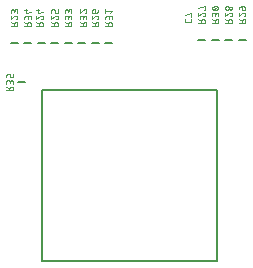
<source format=gbr>
G04 EAGLE Gerber RS-274X export*
G75*
%MOMM*%
%FSLAX34Y34*%
%LPD*%
%INSilkscreen Bottom*%
%IPPOS*%
%AMOC8*
5,1,8,0,0,1.08239X$1,22.5*%
G01*
%ADD10C,0.127000*%
%ADD11C,0.200000*%
%ADD12C,0.050800*%


D10*
X647700Y551180D02*
X500200Y551180D01*
X647700Y551180D02*
X647700Y406180D01*
X500200Y406180D02*
X500200Y551180D01*
X500200Y406180D02*
X647700Y406180D01*
D11*
X479250Y590550D02*
X473250Y590550D01*
D12*
X473456Y605119D02*
X479044Y605119D01*
X479044Y606672D01*
X479042Y606749D01*
X479036Y606827D01*
X479027Y606903D01*
X479013Y606980D01*
X478996Y607055D01*
X478975Y607129D01*
X478950Y607203D01*
X478922Y607275D01*
X478890Y607345D01*
X478855Y607414D01*
X478816Y607481D01*
X478774Y607546D01*
X478729Y607609D01*
X478681Y607670D01*
X478630Y607728D01*
X478576Y607783D01*
X478519Y607836D01*
X478460Y607885D01*
X478398Y607932D01*
X478334Y607976D01*
X478268Y608016D01*
X478200Y608053D01*
X478130Y608087D01*
X478059Y608117D01*
X477986Y608143D01*
X477912Y608166D01*
X477837Y608185D01*
X477762Y608200D01*
X477685Y608212D01*
X477608Y608220D01*
X477531Y608224D01*
X477453Y608224D01*
X477376Y608220D01*
X477299Y608212D01*
X477222Y608200D01*
X477147Y608185D01*
X477072Y608166D01*
X476998Y608143D01*
X476925Y608117D01*
X476854Y608087D01*
X476784Y608053D01*
X476716Y608016D01*
X476650Y607976D01*
X476586Y607932D01*
X476524Y607885D01*
X476465Y607836D01*
X476408Y607783D01*
X476354Y607728D01*
X476303Y607670D01*
X476255Y607609D01*
X476210Y607546D01*
X476168Y607481D01*
X476129Y607414D01*
X476094Y607345D01*
X476062Y607275D01*
X476034Y607203D01*
X476009Y607129D01*
X475988Y607055D01*
X475971Y606980D01*
X475957Y606903D01*
X475948Y606827D01*
X475942Y606749D01*
X475940Y606672D01*
X475940Y605119D01*
X475940Y606982D02*
X473456Y608224D01*
X477647Y613674D02*
X477720Y613672D01*
X477793Y613666D01*
X477866Y613657D01*
X477937Y613643D01*
X478009Y613626D01*
X478079Y613606D01*
X478148Y613581D01*
X478215Y613553D01*
X478281Y613522D01*
X478346Y613487D01*
X478408Y613449D01*
X478468Y613407D01*
X478526Y613363D01*
X478582Y613315D01*
X478635Y613265D01*
X478685Y613212D01*
X478733Y613156D01*
X478777Y613098D01*
X478819Y613038D01*
X478857Y612976D01*
X478892Y612911D01*
X478923Y612845D01*
X478951Y612778D01*
X478976Y612709D01*
X478996Y612639D01*
X479013Y612567D01*
X479027Y612496D01*
X479036Y612423D01*
X479042Y612350D01*
X479044Y612277D01*
X479042Y612193D01*
X479036Y612110D01*
X479027Y612027D01*
X479013Y611945D01*
X478996Y611863D01*
X478974Y611782D01*
X478949Y611702D01*
X478921Y611624D01*
X478889Y611546D01*
X478853Y611471D01*
X478814Y611397D01*
X478771Y611325D01*
X478725Y611255D01*
X478676Y611188D01*
X478623Y611122D01*
X478568Y611060D01*
X478510Y611000D01*
X478449Y610942D01*
X478386Y610888D01*
X478320Y610836D01*
X478252Y610788D01*
X478181Y610743D01*
X478109Y610701D01*
X478034Y610663D01*
X477958Y610628D01*
X477881Y610597D01*
X477802Y610569D01*
X476561Y613208D02*
X476614Y613262D01*
X476671Y613313D01*
X476730Y613361D01*
X476791Y613406D01*
X476854Y613447D01*
X476920Y613486D01*
X476987Y613521D01*
X477056Y613553D01*
X477127Y613581D01*
X477198Y613605D01*
X477271Y613626D01*
X477345Y613643D01*
X477420Y613657D01*
X477495Y613666D01*
X477571Y613672D01*
X477647Y613674D01*
X476560Y613209D02*
X473456Y610570D01*
X473456Y613674D01*
X473456Y616056D02*
X473456Y617608D01*
X473458Y617685D01*
X473464Y617763D01*
X473473Y617839D01*
X473487Y617916D01*
X473504Y617991D01*
X473525Y618065D01*
X473550Y618139D01*
X473578Y618211D01*
X473610Y618281D01*
X473645Y618350D01*
X473684Y618417D01*
X473726Y618482D01*
X473771Y618545D01*
X473819Y618606D01*
X473870Y618664D01*
X473924Y618719D01*
X473981Y618772D01*
X474040Y618821D01*
X474102Y618868D01*
X474166Y618912D01*
X474232Y618952D01*
X474300Y618989D01*
X474370Y619023D01*
X474441Y619053D01*
X474514Y619079D01*
X474588Y619102D01*
X474663Y619121D01*
X474738Y619136D01*
X474815Y619148D01*
X474892Y619156D01*
X474969Y619160D01*
X475047Y619160D01*
X475124Y619156D01*
X475201Y619148D01*
X475278Y619136D01*
X475353Y619121D01*
X475428Y619102D01*
X475502Y619079D01*
X475575Y619053D01*
X475646Y619023D01*
X475716Y618989D01*
X475784Y618952D01*
X475850Y618912D01*
X475914Y618868D01*
X475976Y618821D01*
X476035Y618772D01*
X476092Y618719D01*
X476146Y618664D01*
X476197Y618606D01*
X476245Y618545D01*
X476290Y618482D01*
X476332Y618417D01*
X476371Y618350D01*
X476406Y618281D01*
X476438Y618211D01*
X476466Y618139D01*
X476491Y618065D01*
X476512Y617991D01*
X476529Y617916D01*
X476543Y617839D01*
X476552Y617763D01*
X476558Y617685D01*
X476560Y617608D01*
X479044Y617919D02*
X479044Y616056D01*
X479044Y617919D02*
X479042Y617989D01*
X479036Y618058D01*
X479026Y618127D01*
X479013Y618195D01*
X478995Y618263D01*
X478974Y618329D01*
X478949Y618394D01*
X478921Y618458D01*
X478889Y618520D01*
X478854Y618580D01*
X478815Y618638D01*
X478773Y618693D01*
X478728Y618747D01*
X478680Y618797D01*
X478630Y618845D01*
X478576Y618890D01*
X478521Y618932D01*
X478463Y618971D01*
X478403Y619006D01*
X478341Y619038D01*
X478277Y619066D01*
X478212Y619091D01*
X478146Y619112D01*
X478078Y619130D01*
X478010Y619143D01*
X477941Y619153D01*
X477872Y619159D01*
X477802Y619161D01*
X477732Y619159D01*
X477663Y619153D01*
X477594Y619143D01*
X477526Y619130D01*
X477458Y619112D01*
X477392Y619091D01*
X477327Y619066D01*
X477263Y619038D01*
X477201Y619006D01*
X477141Y618971D01*
X477083Y618932D01*
X477028Y618890D01*
X476974Y618845D01*
X476924Y618797D01*
X476876Y618747D01*
X476831Y618693D01*
X476789Y618638D01*
X476750Y618580D01*
X476715Y618520D01*
X476683Y618458D01*
X476655Y618394D01*
X476630Y618329D01*
X476609Y618263D01*
X476591Y618195D01*
X476578Y618127D01*
X476568Y618058D01*
X476562Y617989D01*
X476560Y617919D01*
X476560Y616677D01*
D11*
X496110Y590550D02*
X502110Y590550D01*
D12*
X500634Y605119D02*
X495046Y605119D01*
X500634Y605119D02*
X500634Y606672D01*
X500632Y606749D01*
X500626Y606827D01*
X500617Y606903D01*
X500603Y606980D01*
X500586Y607055D01*
X500565Y607129D01*
X500540Y607203D01*
X500512Y607275D01*
X500480Y607345D01*
X500445Y607414D01*
X500406Y607481D01*
X500364Y607546D01*
X500319Y607609D01*
X500271Y607670D01*
X500220Y607728D01*
X500166Y607783D01*
X500109Y607836D01*
X500050Y607885D01*
X499988Y607932D01*
X499924Y607976D01*
X499858Y608016D01*
X499790Y608053D01*
X499720Y608087D01*
X499649Y608117D01*
X499576Y608143D01*
X499502Y608166D01*
X499427Y608185D01*
X499352Y608200D01*
X499275Y608212D01*
X499198Y608220D01*
X499121Y608224D01*
X499043Y608224D01*
X498966Y608220D01*
X498889Y608212D01*
X498812Y608200D01*
X498737Y608185D01*
X498662Y608166D01*
X498588Y608143D01*
X498515Y608117D01*
X498444Y608087D01*
X498374Y608053D01*
X498306Y608016D01*
X498240Y607976D01*
X498176Y607932D01*
X498114Y607885D01*
X498055Y607836D01*
X497998Y607783D01*
X497944Y607728D01*
X497893Y607670D01*
X497845Y607609D01*
X497800Y607546D01*
X497758Y607481D01*
X497719Y607414D01*
X497684Y607345D01*
X497652Y607275D01*
X497624Y607203D01*
X497599Y607129D01*
X497578Y607055D01*
X497561Y606980D01*
X497547Y606903D01*
X497538Y606827D01*
X497532Y606749D01*
X497530Y606672D01*
X497530Y605119D01*
X497530Y606982D02*
X495046Y608224D01*
X499237Y613674D02*
X499310Y613672D01*
X499383Y613666D01*
X499456Y613657D01*
X499527Y613643D01*
X499599Y613626D01*
X499669Y613606D01*
X499738Y613581D01*
X499805Y613553D01*
X499871Y613522D01*
X499936Y613487D01*
X499998Y613449D01*
X500058Y613407D01*
X500116Y613363D01*
X500172Y613315D01*
X500225Y613265D01*
X500275Y613212D01*
X500323Y613156D01*
X500367Y613098D01*
X500409Y613038D01*
X500447Y612976D01*
X500482Y612911D01*
X500513Y612845D01*
X500541Y612778D01*
X500566Y612709D01*
X500586Y612639D01*
X500603Y612567D01*
X500617Y612496D01*
X500626Y612423D01*
X500632Y612350D01*
X500634Y612277D01*
X500632Y612193D01*
X500626Y612110D01*
X500617Y612027D01*
X500603Y611945D01*
X500586Y611863D01*
X500564Y611782D01*
X500539Y611702D01*
X500511Y611624D01*
X500479Y611546D01*
X500443Y611471D01*
X500404Y611397D01*
X500361Y611325D01*
X500315Y611255D01*
X500266Y611188D01*
X500213Y611122D01*
X500158Y611060D01*
X500100Y611000D01*
X500039Y610942D01*
X499976Y610888D01*
X499910Y610836D01*
X499842Y610788D01*
X499771Y610743D01*
X499699Y610701D01*
X499624Y610663D01*
X499548Y610628D01*
X499471Y610597D01*
X499392Y610569D01*
X498151Y613208D02*
X498204Y613262D01*
X498261Y613313D01*
X498320Y613361D01*
X498381Y613406D01*
X498444Y613447D01*
X498510Y613486D01*
X498577Y613521D01*
X498646Y613553D01*
X498717Y613581D01*
X498788Y613605D01*
X498861Y613626D01*
X498935Y613643D01*
X499010Y613657D01*
X499085Y613666D01*
X499161Y613672D01*
X499237Y613674D01*
X498150Y613209D02*
X495046Y610570D01*
X495046Y613674D01*
X496288Y616056D02*
X500634Y617298D01*
X496288Y616056D02*
X496288Y619161D01*
X497530Y618229D02*
X495046Y618229D01*
D11*
X507540Y590550D02*
X513540Y590550D01*
D12*
X513334Y605119D02*
X507746Y605119D01*
X513334Y605119D02*
X513334Y606672D01*
X513332Y606749D01*
X513326Y606827D01*
X513317Y606903D01*
X513303Y606980D01*
X513286Y607055D01*
X513265Y607129D01*
X513240Y607203D01*
X513212Y607275D01*
X513180Y607345D01*
X513145Y607414D01*
X513106Y607481D01*
X513064Y607546D01*
X513019Y607609D01*
X512971Y607670D01*
X512920Y607728D01*
X512866Y607783D01*
X512809Y607836D01*
X512750Y607885D01*
X512688Y607932D01*
X512624Y607976D01*
X512558Y608016D01*
X512490Y608053D01*
X512420Y608087D01*
X512349Y608117D01*
X512276Y608143D01*
X512202Y608166D01*
X512127Y608185D01*
X512052Y608200D01*
X511975Y608212D01*
X511898Y608220D01*
X511821Y608224D01*
X511743Y608224D01*
X511666Y608220D01*
X511589Y608212D01*
X511512Y608200D01*
X511437Y608185D01*
X511362Y608166D01*
X511288Y608143D01*
X511215Y608117D01*
X511144Y608087D01*
X511074Y608053D01*
X511006Y608016D01*
X510940Y607976D01*
X510876Y607932D01*
X510814Y607885D01*
X510755Y607836D01*
X510698Y607783D01*
X510644Y607728D01*
X510593Y607670D01*
X510545Y607609D01*
X510500Y607546D01*
X510458Y607481D01*
X510419Y607414D01*
X510384Y607345D01*
X510352Y607275D01*
X510324Y607203D01*
X510299Y607129D01*
X510278Y607055D01*
X510261Y606980D01*
X510247Y606903D01*
X510238Y606827D01*
X510232Y606749D01*
X510230Y606672D01*
X510230Y605119D01*
X510230Y606982D02*
X507746Y608224D01*
X511937Y613674D02*
X512010Y613672D01*
X512083Y613666D01*
X512156Y613657D01*
X512227Y613643D01*
X512299Y613626D01*
X512369Y613606D01*
X512438Y613581D01*
X512505Y613553D01*
X512571Y613522D01*
X512636Y613487D01*
X512698Y613449D01*
X512758Y613407D01*
X512816Y613363D01*
X512872Y613315D01*
X512925Y613265D01*
X512975Y613212D01*
X513023Y613156D01*
X513067Y613098D01*
X513109Y613038D01*
X513147Y612976D01*
X513182Y612911D01*
X513213Y612845D01*
X513241Y612778D01*
X513266Y612709D01*
X513286Y612639D01*
X513303Y612567D01*
X513317Y612496D01*
X513326Y612423D01*
X513332Y612350D01*
X513334Y612277D01*
X513332Y612193D01*
X513326Y612110D01*
X513317Y612027D01*
X513303Y611945D01*
X513286Y611863D01*
X513264Y611782D01*
X513239Y611702D01*
X513211Y611624D01*
X513179Y611546D01*
X513143Y611471D01*
X513104Y611397D01*
X513061Y611325D01*
X513015Y611255D01*
X512966Y611188D01*
X512913Y611122D01*
X512858Y611060D01*
X512800Y611000D01*
X512739Y610942D01*
X512676Y610888D01*
X512610Y610836D01*
X512542Y610788D01*
X512471Y610743D01*
X512399Y610701D01*
X512324Y610663D01*
X512248Y610628D01*
X512171Y610597D01*
X512092Y610569D01*
X510851Y613208D02*
X510904Y613262D01*
X510961Y613313D01*
X511020Y613361D01*
X511081Y613406D01*
X511144Y613447D01*
X511210Y613486D01*
X511277Y613521D01*
X511346Y613553D01*
X511417Y613581D01*
X511488Y613605D01*
X511561Y613626D01*
X511635Y613643D01*
X511710Y613657D01*
X511785Y613666D01*
X511861Y613672D01*
X511937Y613674D01*
X510850Y613209D02*
X507746Y610570D01*
X507746Y613674D01*
X507746Y616056D02*
X507746Y617919D01*
X507748Y617989D01*
X507754Y618058D01*
X507764Y618127D01*
X507777Y618195D01*
X507795Y618263D01*
X507816Y618329D01*
X507841Y618394D01*
X507869Y618458D01*
X507901Y618520D01*
X507936Y618580D01*
X507975Y618638D01*
X508017Y618693D01*
X508062Y618747D01*
X508110Y618797D01*
X508160Y618845D01*
X508214Y618890D01*
X508269Y618932D01*
X508327Y618971D01*
X508387Y619006D01*
X508449Y619038D01*
X508513Y619066D01*
X508578Y619091D01*
X508644Y619112D01*
X508712Y619130D01*
X508780Y619143D01*
X508849Y619153D01*
X508918Y619159D01*
X508988Y619161D01*
X509609Y619161D01*
X509679Y619159D01*
X509748Y619153D01*
X509817Y619143D01*
X509885Y619130D01*
X509953Y619112D01*
X510019Y619091D01*
X510084Y619066D01*
X510148Y619038D01*
X510210Y619006D01*
X510270Y618971D01*
X510328Y618932D01*
X510383Y618890D01*
X510437Y618845D01*
X510487Y618797D01*
X510535Y618747D01*
X510580Y618693D01*
X510622Y618638D01*
X510661Y618580D01*
X510696Y618520D01*
X510728Y618458D01*
X510756Y618394D01*
X510781Y618329D01*
X510802Y618263D01*
X510820Y618195D01*
X510833Y618127D01*
X510843Y618058D01*
X510849Y617989D01*
X510851Y617919D01*
X510850Y617919D02*
X510850Y616056D01*
X513334Y616056D01*
X513334Y619161D01*
D11*
X541830Y590550D02*
X547830Y590550D01*
D12*
X547624Y605119D02*
X542036Y605119D01*
X547624Y605119D02*
X547624Y606672D01*
X547622Y606749D01*
X547616Y606827D01*
X547607Y606903D01*
X547593Y606980D01*
X547576Y607055D01*
X547555Y607129D01*
X547530Y607203D01*
X547502Y607275D01*
X547470Y607345D01*
X547435Y607414D01*
X547396Y607481D01*
X547354Y607546D01*
X547309Y607609D01*
X547261Y607670D01*
X547210Y607728D01*
X547156Y607783D01*
X547099Y607836D01*
X547040Y607885D01*
X546978Y607932D01*
X546914Y607976D01*
X546848Y608016D01*
X546780Y608053D01*
X546710Y608087D01*
X546639Y608117D01*
X546566Y608143D01*
X546492Y608166D01*
X546417Y608185D01*
X546342Y608200D01*
X546265Y608212D01*
X546188Y608220D01*
X546111Y608224D01*
X546033Y608224D01*
X545956Y608220D01*
X545879Y608212D01*
X545802Y608200D01*
X545727Y608185D01*
X545652Y608166D01*
X545578Y608143D01*
X545505Y608117D01*
X545434Y608087D01*
X545364Y608053D01*
X545296Y608016D01*
X545230Y607976D01*
X545166Y607932D01*
X545104Y607885D01*
X545045Y607836D01*
X544988Y607783D01*
X544934Y607728D01*
X544883Y607670D01*
X544835Y607609D01*
X544790Y607546D01*
X544748Y607481D01*
X544709Y607414D01*
X544674Y607345D01*
X544642Y607275D01*
X544614Y607203D01*
X544589Y607129D01*
X544568Y607055D01*
X544551Y606980D01*
X544537Y606903D01*
X544528Y606827D01*
X544522Y606749D01*
X544520Y606672D01*
X544520Y605119D01*
X544520Y606982D02*
X542036Y608224D01*
X546227Y613674D02*
X546300Y613672D01*
X546373Y613666D01*
X546446Y613657D01*
X546517Y613643D01*
X546589Y613626D01*
X546659Y613606D01*
X546728Y613581D01*
X546795Y613553D01*
X546861Y613522D01*
X546926Y613487D01*
X546988Y613449D01*
X547048Y613407D01*
X547106Y613363D01*
X547162Y613315D01*
X547215Y613265D01*
X547265Y613212D01*
X547313Y613156D01*
X547357Y613098D01*
X547399Y613038D01*
X547437Y612976D01*
X547472Y612911D01*
X547503Y612845D01*
X547531Y612778D01*
X547556Y612709D01*
X547576Y612639D01*
X547593Y612567D01*
X547607Y612496D01*
X547616Y612423D01*
X547622Y612350D01*
X547624Y612277D01*
X547622Y612193D01*
X547616Y612110D01*
X547607Y612027D01*
X547593Y611945D01*
X547576Y611863D01*
X547554Y611782D01*
X547529Y611702D01*
X547501Y611624D01*
X547469Y611546D01*
X547433Y611471D01*
X547394Y611397D01*
X547351Y611325D01*
X547305Y611255D01*
X547256Y611188D01*
X547203Y611122D01*
X547148Y611060D01*
X547090Y611000D01*
X547029Y610942D01*
X546966Y610888D01*
X546900Y610836D01*
X546832Y610788D01*
X546761Y610743D01*
X546689Y610701D01*
X546614Y610663D01*
X546538Y610628D01*
X546461Y610597D01*
X546382Y610569D01*
X545141Y613208D02*
X545194Y613262D01*
X545251Y613313D01*
X545310Y613361D01*
X545371Y613406D01*
X545434Y613447D01*
X545500Y613486D01*
X545567Y613521D01*
X545636Y613553D01*
X545707Y613581D01*
X545778Y613605D01*
X545851Y613626D01*
X545925Y613643D01*
X546000Y613657D01*
X546075Y613666D01*
X546151Y613672D01*
X546227Y613674D01*
X545140Y613208D02*
X542036Y610570D01*
X542036Y613674D01*
X545140Y616056D02*
X545140Y617919D01*
X545141Y617919D02*
X545139Y617989D01*
X545133Y618058D01*
X545123Y618127D01*
X545110Y618195D01*
X545092Y618263D01*
X545071Y618329D01*
X545046Y618394D01*
X545018Y618458D01*
X544986Y618520D01*
X544951Y618580D01*
X544912Y618638D01*
X544870Y618693D01*
X544825Y618747D01*
X544777Y618797D01*
X544727Y618845D01*
X544673Y618890D01*
X544618Y618932D01*
X544560Y618971D01*
X544500Y619006D01*
X544438Y619038D01*
X544374Y619066D01*
X544309Y619091D01*
X544243Y619112D01*
X544175Y619130D01*
X544107Y619143D01*
X544038Y619153D01*
X543969Y619159D01*
X543899Y619161D01*
X543588Y619161D01*
X543588Y619160D02*
X543511Y619158D01*
X543433Y619152D01*
X543357Y619143D01*
X543280Y619129D01*
X543205Y619112D01*
X543131Y619091D01*
X543057Y619066D01*
X542985Y619038D01*
X542915Y619006D01*
X542846Y618971D01*
X542779Y618932D01*
X542714Y618890D01*
X542651Y618845D01*
X542590Y618797D01*
X542532Y618746D01*
X542477Y618692D01*
X542424Y618635D01*
X542375Y618576D01*
X542328Y618514D01*
X542284Y618450D01*
X542244Y618384D01*
X542207Y618316D01*
X542173Y618246D01*
X542143Y618175D01*
X542117Y618102D01*
X542094Y618028D01*
X542075Y617953D01*
X542060Y617878D01*
X542048Y617801D01*
X542040Y617724D01*
X542036Y617647D01*
X542036Y617569D01*
X542040Y617492D01*
X542048Y617415D01*
X542060Y617338D01*
X542075Y617263D01*
X542094Y617188D01*
X542117Y617114D01*
X542143Y617041D01*
X542173Y616970D01*
X542207Y616900D01*
X542244Y616832D01*
X542284Y616766D01*
X542328Y616702D01*
X542375Y616640D01*
X542424Y616581D01*
X542477Y616524D01*
X542532Y616470D01*
X542590Y616419D01*
X542651Y616371D01*
X542714Y616326D01*
X542779Y616284D01*
X542846Y616245D01*
X542915Y616210D01*
X542985Y616178D01*
X543057Y616150D01*
X543131Y616125D01*
X543205Y616104D01*
X543280Y616087D01*
X543357Y616073D01*
X543433Y616064D01*
X543511Y616058D01*
X543588Y616056D01*
X545140Y616056D01*
X545238Y616058D01*
X545335Y616064D01*
X545432Y616073D01*
X545529Y616087D01*
X545625Y616104D01*
X545720Y616125D01*
X545814Y616149D01*
X545908Y616178D01*
X546000Y616210D01*
X546091Y616245D01*
X546180Y616284D01*
X546268Y616327D01*
X546354Y616373D01*
X546438Y616422D01*
X546520Y616475D01*
X546600Y616530D01*
X546678Y616589D01*
X546753Y616651D01*
X546826Y616716D01*
X546896Y616784D01*
X546964Y616854D01*
X547029Y616927D01*
X547091Y617002D01*
X547150Y617080D01*
X547205Y617160D01*
X547258Y617242D01*
X547307Y617326D01*
X547353Y617412D01*
X547396Y617500D01*
X547435Y617589D01*
X547470Y617680D01*
X547502Y617772D01*
X547531Y617866D01*
X547555Y617960D01*
X547576Y618055D01*
X547593Y618151D01*
X547607Y618248D01*
X547616Y618345D01*
X547622Y618442D01*
X547624Y618540D01*
D11*
X632000Y593090D02*
X638000Y593090D01*
D12*
X637794Y607659D02*
X632206Y607659D01*
X637794Y607659D02*
X637794Y609212D01*
X637792Y609289D01*
X637786Y609367D01*
X637777Y609443D01*
X637763Y609520D01*
X637746Y609595D01*
X637725Y609669D01*
X637700Y609743D01*
X637672Y609815D01*
X637640Y609885D01*
X637605Y609954D01*
X637566Y610021D01*
X637524Y610086D01*
X637479Y610149D01*
X637431Y610210D01*
X637380Y610268D01*
X637326Y610323D01*
X637269Y610376D01*
X637210Y610425D01*
X637148Y610472D01*
X637084Y610516D01*
X637018Y610556D01*
X636950Y610593D01*
X636880Y610627D01*
X636809Y610657D01*
X636736Y610683D01*
X636662Y610706D01*
X636587Y610725D01*
X636512Y610740D01*
X636435Y610752D01*
X636358Y610760D01*
X636281Y610764D01*
X636203Y610764D01*
X636126Y610760D01*
X636049Y610752D01*
X635972Y610740D01*
X635897Y610725D01*
X635822Y610706D01*
X635748Y610683D01*
X635675Y610657D01*
X635604Y610627D01*
X635534Y610593D01*
X635466Y610556D01*
X635400Y610516D01*
X635336Y610472D01*
X635274Y610425D01*
X635215Y610376D01*
X635158Y610323D01*
X635104Y610268D01*
X635053Y610210D01*
X635005Y610149D01*
X634960Y610086D01*
X634918Y610021D01*
X634879Y609954D01*
X634844Y609885D01*
X634812Y609815D01*
X634784Y609743D01*
X634759Y609669D01*
X634738Y609595D01*
X634721Y609520D01*
X634707Y609443D01*
X634698Y609367D01*
X634692Y609289D01*
X634690Y609212D01*
X634690Y607659D01*
X634690Y609522D02*
X632206Y610764D01*
X636397Y616214D02*
X636470Y616212D01*
X636543Y616206D01*
X636616Y616197D01*
X636687Y616183D01*
X636759Y616166D01*
X636829Y616146D01*
X636898Y616121D01*
X636965Y616093D01*
X637031Y616062D01*
X637096Y616027D01*
X637158Y615989D01*
X637218Y615947D01*
X637276Y615903D01*
X637332Y615855D01*
X637385Y615805D01*
X637435Y615752D01*
X637483Y615696D01*
X637527Y615638D01*
X637569Y615578D01*
X637607Y615516D01*
X637642Y615451D01*
X637673Y615385D01*
X637701Y615318D01*
X637726Y615249D01*
X637746Y615179D01*
X637763Y615107D01*
X637777Y615036D01*
X637786Y614963D01*
X637792Y614890D01*
X637794Y614817D01*
X637792Y614733D01*
X637786Y614650D01*
X637777Y614567D01*
X637763Y614485D01*
X637746Y614403D01*
X637724Y614322D01*
X637699Y614242D01*
X637671Y614164D01*
X637639Y614086D01*
X637603Y614011D01*
X637564Y613937D01*
X637521Y613865D01*
X637475Y613795D01*
X637426Y613728D01*
X637373Y613662D01*
X637318Y613600D01*
X637260Y613540D01*
X637199Y613482D01*
X637136Y613428D01*
X637070Y613376D01*
X637002Y613328D01*
X636931Y613283D01*
X636859Y613241D01*
X636784Y613203D01*
X636708Y613168D01*
X636631Y613137D01*
X636552Y613109D01*
X635311Y615748D02*
X635364Y615802D01*
X635421Y615853D01*
X635480Y615901D01*
X635541Y615946D01*
X635604Y615987D01*
X635670Y616026D01*
X635737Y616061D01*
X635806Y616093D01*
X635877Y616121D01*
X635948Y616145D01*
X636021Y616166D01*
X636095Y616183D01*
X636170Y616197D01*
X636245Y616206D01*
X636321Y616212D01*
X636397Y616214D01*
X635310Y615749D02*
X632206Y613110D01*
X632206Y616214D01*
X637173Y618596D02*
X637794Y618596D01*
X637794Y621701D01*
X632206Y620148D01*
D11*
X654860Y593090D02*
X660860Y593090D01*
D12*
X660654Y607659D02*
X655066Y607659D01*
X660654Y607659D02*
X660654Y609212D01*
X660652Y609289D01*
X660646Y609367D01*
X660637Y609443D01*
X660623Y609520D01*
X660606Y609595D01*
X660585Y609669D01*
X660560Y609743D01*
X660532Y609815D01*
X660500Y609885D01*
X660465Y609954D01*
X660426Y610021D01*
X660384Y610086D01*
X660339Y610149D01*
X660291Y610210D01*
X660240Y610268D01*
X660186Y610323D01*
X660129Y610376D01*
X660070Y610425D01*
X660008Y610472D01*
X659944Y610516D01*
X659878Y610556D01*
X659810Y610593D01*
X659740Y610627D01*
X659669Y610657D01*
X659596Y610683D01*
X659522Y610706D01*
X659447Y610725D01*
X659372Y610740D01*
X659295Y610752D01*
X659218Y610760D01*
X659141Y610764D01*
X659063Y610764D01*
X658986Y610760D01*
X658909Y610752D01*
X658832Y610740D01*
X658757Y610725D01*
X658682Y610706D01*
X658608Y610683D01*
X658535Y610657D01*
X658464Y610627D01*
X658394Y610593D01*
X658326Y610556D01*
X658260Y610516D01*
X658196Y610472D01*
X658134Y610425D01*
X658075Y610376D01*
X658018Y610323D01*
X657964Y610268D01*
X657913Y610210D01*
X657865Y610149D01*
X657820Y610086D01*
X657778Y610021D01*
X657739Y609954D01*
X657704Y609885D01*
X657672Y609815D01*
X657644Y609743D01*
X657619Y609669D01*
X657598Y609595D01*
X657581Y609520D01*
X657567Y609443D01*
X657558Y609367D01*
X657552Y609289D01*
X657550Y609212D01*
X657550Y607659D01*
X657550Y609522D02*
X655066Y610764D01*
X659257Y616214D02*
X659330Y616212D01*
X659403Y616206D01*
X659476Y616197D01*
X659547Y616183D01*
X659619Y616166D01*
X659689Y616146D01*
X659758Y616121D01*
X659825Y616093D01*
X659891Y616062D01*
X659956Y616027D01*
X660018Y615989D01*
X660078Y615947D01*
X660136Y615903D01*
X660192Y615855D01*
X660245Y615805D01*
X660295Y615752D01*
X660343Y615696D01*
X660387Y615638D01*
X660429Y615578D01*
X660467Y615516D01*
X660502Y615451D01*
X660533Y615385D01*
X660561Y615318D01*
X660586Y615249D01*
X660606Y615179D01*
X660623Y615107D01*
X660637Y615036D01*
X660646Y614963D01*
X660652Y614890D01*
X660654Y614817D01*
X660652Y614733D01*
X660646Y614650D01*
X660637Y614567D01*
X660623Y614485D01*
X660606Y614403D01*
X660584Y614322D01*
X660559Y614242D01*
X660531Y614164D01*
X660499Y614086D01*
X660463Y614011D01*
X660424Y613937D01*
X660381Y613865D01*
X660335Y613795D01*
X660286Y613728D01*
X660233Y613662D01*
X660178Y613600D01*
X660120Y613540D01*
X660059Y613482D01*
X659996Y613428D01*
X659930Y613376D01*
X659862Y613328D01*
X659791Y613283D01*
X659719Y613241D01*
X659644Y613203D01*
X659568Y613168D01*
X659491Y613137D01*
X659412Y613109D01*
X658171Y615748D02*
X658224Y615802D01*
X658281Y615853D01*
X658340Y615901D01*
X658401Y615946D01*
X658464Y615987D01*
X658530Y616026D01*
X658597Y616061D01*
X658666Y616093D01*
X658737Y616121D01*
X658808Y616145D01*
X658881Y616166D01*
X658955Y616183D01*
X659030Y616197D01*
X659105Y616206D01*
X659181Y616212D01*
X659257Y616214D01*
X658170Y615749D02*
X655066Y613110D01*
X655066Y616214D01*
X656618Y618596D02*
X656695Y618598D01*
X656773Y618604D01*
X656849Y618613D01*
X656926Y618627D01*
X657001Y618644D01*
X657075Y618665D01*
X657149Y618690D01*
X657221Y618718D01*
X657291Y618750D01*
X657360Y618785D01*
X657427Y618824D01*
X657492Y618866D01*
X657555Y618911D01*
X657616Y618959D01*
X657674Y619010D01*
X657729Y619064D01*
X657782Y619121D01*
X657831Y619180D01*
X657878Y619242D01*
X657922Y619306D01*
X657962Y619372D01*
X657999Y619440D01*
X658033Y619510D01*
X658063Y619581D01*
X658089Y619654D01*
X658112Y619728D01*
X658131Y619803D01*
X658146Y619878D01*
X658158Y619955D01*
X658166Y620032D01*
X658170Y620109D01*
X658170Y620187D01*
X658166Y620264D01*
X658158Y620341D01*
X658146Y620418D01*
X658131Y620493D01*
X658112Y620568D01*
X658089Y620642D01*
X658063Y620715D01*
X658033Y620786D01*
X657999Y620856D01*
X657962Y620924D01*
X657922Y620990D01*
X657878Y621054D01*
X657831Y621116D01*
X657782Y621175D01*
X657729Y621232D01*
X657674Y621286D01*
X657616Y621337D01*
X657555Y621385D01*
X657492Y621430D01*
X657427Y621472D01*
X657360Y621511D01*
X657291Y621546D01*
X657221Y621578D01*
X657149Y621606D01*
X657075Y621631D01*
X657001Y621652D01*
X656926Y621669D01*
X656849Y621683D01*
X656773Y621692D01*
X656695Y621698D01*
X656618Y621700D01*
X656541Y621698D01*
X656463Y621692D01*
X656387Y621683D01*
X656310Y621669D01*
X656235Y621652D01*
X656161Y621631D01*
X656087Y621606D01*
X656015Y621578D01*
X655945Y621546D01*
X655876Y621511D01*
X655809Y621472D01*
X655744Y621430D01*
X655681Y621385D01*
X655620Y621337D01*
X655562Y621286D01*
X655507Y621232D01*
X655454Y621175D01*
X655405Y621116D01*
X655358Y621054D01*
X655314Y620990D01*
X655274Y620924D01*
X655237Y620856D01*
X655203Y620786D01*
X655173Y620715D01*
X655147Y620642D01*
X655124Y620568D01*
X655105Y620493D01*
X655090Y620418D01*
X655078Y620341D01*
X655070Y620264D01*
X655066Y620187D01*
X655066Y620109D01*
X655070Y620032D01*
X655078Y619955D01*
X655090Y619878D01*
X655105Y619803D01*
X655124Y619728D01*
X655147Y619654D01*
X655173Y619581D01*
X655203Y619510D01*
X655237Y619440D01*
X655274Y619372D01*
X655314Y619306D01*
X655358Y619242D01*
X655405Y619180D01*
X655454Y619121D01*
X655507Y619064D01*
X655562Y619010D01*
X655620Y618959D01*
X655681Y618911D01*
X655744Y618866D01*
X655809Y618824D01*
X655876Y618785D01*
X655945Y618750D01*
X656015Y618718D01*
X656087Y618690D01*
X656161Y618665D01*
X656235Y618644D01*
X656310Y618627D01*
X656387Y618613D01*
X656463Y618604D01*
X656541Y618598D01*
X656618Y618596D01*
X659412Y618906D02*
X659482Y618908D01*
X659551Y618914D01*
X659620Y618924D01*
X659688Y618937D01*
X659756Y618955D01*
X659822Y618976D01*
X659887Y619001D01*
X659951Y619029D01*
X660013Y619061D01*
X660073Y619096D01*
X660131Y619135D01*
X660186Y619177D01*
X660240Y619222D01*
X660290Y619270D01*
X660338Y619320D01*
X660383Y619374D01*
X660425Y619429D01*
X660464Y619487D01*
X660499Y619547D01*
X660531Y619609D01*
X660559Y619673D01*
X660584Y619738D01*
X660605Y619804D01*
X660623Y619872D01*
X660636Y619940D01*
X660646Y620009D01*
X660652Y620078D01*
X660654Y620148D01*
X660652Y620218D01*
X660646Y620287D01*
X660636Y620356D01*
X660623Y620424D01*
X660605Y620492D01*
X660584Y620558D01*
X660559Y620623D01*
X660531Y620687D01*
X660499Y620749D01*
X660464Y620809D01*
X660425Y620867D01*
X660383Y620922D01*
X660338Y620976D01*
X660290Y621026D01*
X660240Y621074D01*
X660186Y621119D01*
X660131Y621161D01*
X660073Y621200D01*
X660013Y621235D01*
X659951Y621267D01*
X659887Y621295D01*
X659822Y621320D01*
X659756Y621341D01*
X659688Y621359D01*
X659620Y621372D01*
X659551Y621382D01*
X659482Y621388D01*
X659412Y621390D01*
X659342Y621388D01*
X659273Y621382D01*
X659204Y621372D01*
X659136Y621359D01*
X659068Y621341D01*
X659002Y621320D01*
X658937Y621295D01*
X658873Y621267D01*
X658811Y621235D01*
X658751Y621200D01*
X658693Y621161D01*
X658638Y621119D01*
X658584Y621074D01*
X658534Y621026D01*
X658486Y620976D01*
X658441Y620922D01*
X658399Y620867D01*
X658360Y620809D01*
X658325Y620749D01*
X658293Y620687D01*
X658265Y620623D01*
X658240Y620558D01*
X658219Y620492D01*
X658201Y620424D01*
X658188Y620356D01*
X658178Y620287D01*
X658172Y620218D01*
X658170Y620148D01*
X658172Y620078D01*
X658178Y620009D01*
X658188Y619940D01*
X658201Y619872D01*
X658219Y619804D01*
X658240Y619738D01*
X658265Y619673D01*
X658293Y619609D01*
X658325Y619547D01*
X658360Y619487D01*
X658399Y619429D01*
X658441Y619374D01*
X658486Y619320D01*
X658534Y619270D01*
X658584Y619222D01*
X658638Y619177D01*
X658693Y619135D01*
X658751Y619096D01*
X658811Y619061D01*
X658873Y619029D01*
X658937Y619001D01*
X659002Y618976D01*
X659068Y618955D01*
X659136Y618937D01*
X659204Y618924D01*
X659273Y618914D01*
X659342Y618908D01*
X659412Y618906D01*
D11*
X666290Y593090D02*
X672290Y593090D01*
D12*
X672084Y607659D02*
X666496Y607659D01*
X672084Y607659D02*
X672084Y609212D01*
X672082Y609289D01*
X672076Y609367D01*
X672067Y609443D01*
X672053Y609520D01*
X672036Y609595D01*
X672015Y609669D01*
X671990Y609743D01*
X671962Y609815D01*
X671930Y609885D01*
X671895Y609954D01*
X671856Y610021D01*
X671814Y610086D01*
X671769Y610149D01*
X671721Y610210D01*
X671670Y610268D01*
X671616Y610323D01*
X671559Y610376D01*
X671500Y610425D01*
X671438Y610472D01*
X671374Y610516D01*
X671308Y610556D01*
X671240Y610593D01*
X671170Y610627D01*
X671099Y610657D01*
X671026Y610683D01*
X670952Y610706D01*
X670877Y610725D01*
X670802Y610740D01*
X670725Y610752D01*
X670648Y610760D01*
X670571Y610764D01*
X670493Y610764D01*
X670416Y610760D01*
X670339Y610752D01*
X670262Y610740D01*
X670187Y610725D01*
X670112Y610706D01*
X670038Y610683D01*
X669965Y610657D01*
X669894Y610627D01*
X669824Y610593D01*
X669756Y610556D01*
X669690Y610516D01*
X669626Y610472D01*
X669564Y610425D01*
X669505Y610376D01*
X669448Y610323D01*
X669394Y610268D01*
X669343Y610210D01*
X669295Y610149D01*
X669250Y610086D01*
X669208Y610021D01*
X669169Y609954D01*
X669134Y609885D01*
X669102Y609815D01*
X669074Y609743D01*
X669049Y609669D01*
X669028Y609595D01*
X669011Y609520D01*
X668997Y609443D01*
X668988Y609367D01*
X668982Y609289D01*
X668980Y609212D01*
X668980Y607659D01*
X668980Y609522D02*
X666496Y610764D01*
X670687Y616214D02*
X670760Y616212D01*
X670833Y616206D01*
X670906Y616197D01*
X670977Y616183D01*
X671049Y616166D01*
X671119Y616146D01*
X671188Y616121D01*
X671255Y616093D01*
X671321Y616062D01*
X671386Y616027D01*
X671448Y615989D01*
X671508Y615947D01*
X671566Y615903D01*
X671622Y615855D01*
X671675Y615805D01*
X671725Y615752D01*
X671773Y615696D01*
X671817Y615638D01*
X671859Y615578D01*
X671897Y615516D01*
X671932Y615451D01*
X671963Y615385D01*
X671991Y615318D01*
X672016Y615249D01*
X672036Y615179D01*
X672053Y615107D01*
X672067Y615036D01*
X672076Y614963D01*
X672082Y614890D01*
X672084Y614817D01*
X672082Y614733D01*
X672076Y614650D01*
X672067Y614567D01*
X672053Y614485D01*
X672036Y614403D01*
X672014Y614322D01*
X671989Y614242D01*
X671961Y614164D01*
X671929Y614086D01*
X671893Y614011D01*
X671854Y613937D01*
X671811Y613865D01*
X671765Y613795D01*
X671716Y613728D01*
X671663Y613662D01*
X671608Y613600D01*
X671550Y613540D01*
X671489Y613482D01*
X671426Y613428D01*
X671360Y613376D01*
X671292Y613328D01*
X671221Y613283D01*
X671149Y613241D01*
X671074Y613203D01*
X670998Y613168D01*
X670921Y613137D01*
X670842Y613109D01*
X669601Y615748D02*
X669654Y615802D01*
X669711Y615853D01*
X669770Y615901D01*
X669831Y615946D01*
X669894Y615987D01*
X669960Y616026D01*
X670027Y616061D01*
X670096Y616093D01*
X670167Y616121D01*
X670238Y616145D01*
X670311Y616166D01*
X670385Y616183D01*
X670460Y616197D01*
X670535Y616206D01*
X670611Y616212D01*
X670687Y616214D01*
X669600Y615749D02*
X666496Y613110D01*
X666496Y616214D01*
X668980Y619838D02*
X668980Y621701D01*
X668979Y619838D02*
X668981Y619768D01*
X668987Y619699D01*
X668997Y619630D01*
X669010Y619562D01*
X669028Y619494D01*
X669049Y619428D01*
X669074Y619363D01*
X669102Y619299D01*
X669134Y619237D01*
X669169Y619177D01*
X669208Y619119D01*
X669250Y619064D01*
X669295Y619010D01*
X669343Y618960D01*
X669393Y618912D01*
X669447Y618867D01*
X669502Y618825D01*
X669560Y618786D01*
X669620Y618751D01*
X669682Y618719D01*
X669746Y618691D01*
X669811Y618666D01*
X669877Y618645D01*
X669945Y618627D01*
X670013Y618614D01*
X670082Y618604D01*
X670151Y618598D01*
X670221Y618596D01*
X670532Y618596D01*
X670609Y618598D01*
X670687Y618604D01*
X670763Y618613D01*
X670840Y618627D01*
X670915Y618644D01*
X670989Y618665D01*
X671063Y618690D01*
X671135Y618718D01*
X671205Y618750D01*
X671274Y618785D01*
X671341Y618824D01*
X671406Y618866D01*
X671469Y618911D01*
X671530Y618959D01*
X671588Y619010D01*
X671643Y619064D01*
X671696Y619121D01*
X671745Y619180D01*
X671792Y619242D01*
X671836Y619306D01*
X671876Y619372D01*
X671913Y619440D01*
X671947Y619510D01*
X671977Y619581D01*
X672003Y619654D01*
X672026Y619728D01*
X672045Y619803D01*
X672060Y619878D01*
X672072Y619955D01*
X672080Y620032D01*
X672084Y620109D01*
X672084Y620187D01*
X672080Y620264D01*
X672072Y620341D01*
X672060Y620418D01*
X672045Y620493D01*
X672026Y620568D01*
X672003Y620642D01*
X671977Y620715D01*
X671947Y620786D01*
X671913Y620856D01*
X671876Y620924D01*
X671836Y620990D01*
X671792Y621054D01*
X671745Y621116D01*
X671696Y621175D01*
X671643Y621232D01*
X671588Y621286D01*
X671530Y621337D01*
X671469Y621385D01*
X671406Y621430D01*
X671341Y621472D01*
X671274Y621511D01*
X671205Y621546D01*
X671135Y621578D01*
X671063Y621606D01*
X670989Y621631D01*
X670915Y621652D01*
X670840Y621669D01*
X670763Y621683D01*
X670687Y621692D01*
X670609Y621698D01*
X670532Y621700D01*
X670532Y621701D02*
X668980Y621701D01*
X668882Y621699D01*
X668785Y621693D01*
X668688Y621684D01*
X668591Y621670D01*
X668495Y621653D01*
X668400Y621632D01*
X668306Y621608D01*
X668212Y621579D01*
X668120Y621547D01*
X668029Y621512D01*
X667940Y621473D01*
X667852Y621430D01*
X667766Y621384D01*
X667682Y621335D01*
X667600Y621282D01*
X667520Y621227D01*
X667442Y621168D01*
X667367Y621106D01*
X667294Y621041D01*
X667224Y620973D01*
X667156Y620903D01*
X667091Y620830D01*
X667029Y620755D01*
X666970Y620677D01*
X666915Y620597D01*
X666862Y620515D01*
X666813Y620431D01*
X666767Y620345D01*
X666724Y620257D01*
X666685Y620168D01*
X666650Y620077D01*
X666618Y619985D01*
X666589Y619891D01*
X666565Y619797D01*
X666544Y619702D01*
X666527Y619606D01*
X666513Y619509D01*
X666504Y619412D01*
X666498Y619315D01*
X666496Y619217D01*
D11*
X649430Y593090D02*
X643430Y593090D01*
D12*
X643636Y607659D02*
X649224Y607659D01*
X649224Y609212D01*
X649222Y609289D01*
X649216Y609367D01*
X649207Y609443D01*
X649193Y609520D01*
X649176Y609595D01*
X649155Y609669D01*
X649130Y609743D01*
X649102Y609815D01*
X649070Y609885D01*
X649035Y609954D01*
X648996Y610021D01*
X648954Y610086D01*
X648909Y610149D01*
X648861Y610210D01*
X648810Y610268D01*
X648756Y610323D01*
X648699Y610376D01*
X648640Y610425D01*
X648578Y610472D01*
X648514Y610516D01*
X648448Y610556D01*
X648380Y610593D01*
X648310Y610627D01*
X648239Y610657D01*
X648166Y610683D01*
X648092Y610706D01*
X648017Y610725D01*
X647942Y610740D01*
X647865Y610752D01*
X647788Y610760D01*
X647711Y610764D01*
X647633Y610764D01*
X647556Y610760D01*
X647479Y610752D01*
X647402Y610740D01*
X647327Y610725D01*
X647252Y610706D01*
X647178Y610683D01*
X647105Y610657D01*
X647034Y610627D01*
X646964Y610593D01*
X646896Y610556D01*
X646830Y610516D01*
X646766Y610472D01*
X646704Y610425D01*
X646645Y610376D01*
X646588Y610323D01*
X646534Y610268D01*
X646483Y610210D01*
X646435Y610149D01*
X646390Y610086D01*
X646348Y610021D01*
X646309Y609954D01*
X646274Y609885D01*
X646242Y609815D01*
X646214Y609743D01*
X646189Y609669D01*
X646168Y609595D01*
X646151Y609520D01*
X646137Y609443D01*
X646128Y609367D01*
X646122Y609289D01*
X646120Y609212D01*
X646120Y607659D01*
X646120Y609522D02*
X643636Y610764D01*
X643636Y613110D02*
X643636Y614662D01*
X643638Y614739D01*
X643644Y614817D01*
X643653Y614893D01*
X643667Y614970D01*
X643684Y615045D01*
X643705Y615119D01*
X643730Y615193D01*
X643758Y615265D01*
X643790Y615335D01*
X643825Y615404D01*
X643864Y615471D01*
X643906Y615536D01*
X643951Y615599D01*
X643999Y615660D01*
X644050Y615718D01*
X644104Y615773D01*
X644161Y615826D01*
X644220Y615875D01*
X644282Y615922D01*
X644346Y615966D01*
X644412Y616006D01*
X644480Y616043D01*
X644550Y616077D01*
X644621Y616107D01*
X644694Y616133D01*
X644768Y616156D01*
X644843Y616175D01*
X644918Y616190D01*
X644995Y616202D01*
X645072Y616210D01*
X645149Y616214D01*
X645227Y616214D01*
X645304Y616210D01*
X645381Y616202D01*
X645458Y616190D01*
X645533Y616175D01*
X645608Y616156D01*
X645682Y616133D01*
X645755Y616107D01*
X645826Y616077D01*
X645896Y616043D01*
X645964Y616006D01*
X646030Y615966D01*
X646094Y615922D01*
X646156Y615875D01*
X646215Y615826D01*
X646272Y615773D01*
X646326Y615718D01*
X646377Y615660D01*
X646425Y615599D01*
X646470Y615536D01*
X646512Y615471D01*
X646551Y615404D01*
X646586Y615335D01*
X646618Y615265D01*
X646646Y615193D01*
X646671Y615119D01*
X646692Y615045D01*
X646709Y614970D01*
X646723Y614893D01*
X646732Y614817D01*
X646738Y614739D01*
X646740Y614662D01*
X649224Y614972D02*
X649224Y613110D01*
X649224Y614972D02*
X649222Y615042D01*
X649216Y615111D01*
X649206Y615180D01*
X649193Y615248D01*
X649175Y615316D01*
X649154Y615382D01*
X649129Y615447D01*
X649101Y615511D01*
X649069Y615573D01*
X649034Y615633D01*
X648995Y615691D01*
X648953Y615746D01*
X648908Y615800D01*
X648860Y615850D01*
X648810Y615898D01*
X648756Y615943D01*
X648701Y615985D01*
X648643Y616024D01*
X648583Y616059D01*
X648521Y616091D01*
X648457Y616119D01*
X648392Y616144D01*
X648326Y616165D01*
X648258Y616183D01*
X648190Y616196D01*
X648121Y616206D01*
X648052Y616212D01*
X647982Y616214D01*
X647912Y616212D01*
X647843Y616206D01*
X647774Y616196D01*
X647706Y616183D01*
X647638Y616165D01*
X647572Y616144D01*
X647507Y616119D01*
X647443Y616091D01*
X647381Y616059D01*
X647321Y616024D01*
X647263Y615985D01*
X647208Y615943D01*
X647154Y615898D01*
X647104Y615850D01*
X647056Y615800D01*
X647011Y615746D01*
X646969Y615691D01*
X646930Y615633D01*
X646895Y615573D01*
X646863Y615511D01*
X646835Y615447D01*
X646810Y615382D01*
X646789Y615316D01*
X646771Y615248D01*
X646758Y615180D01*
X646748Y615111D01*
X646742Y615042D01*
X646740Y614972D01*
X646740Y613731D01*
X646430Y618596D02*
X646561Y618598D01*
X646691Y618603D01*
X646821Y618613D01*
X646951Y618626D01*
X647081Y618642D01*
X647210Y618662D01*
X647338Y618686D01*
X647465Y618714D01*
X647592Y618745D01*
X647718Y618780D01*
X647843Y618818D01*
X647967Y618860D01*
X648089Y618905D01*
X648210Y618954D01*
X648330Y619006D01*
X648448Y619062D01*
X648448Y619061D02*
X648508Y619084D01*
X648568Y619110D01*
X648625Y619139D01*
X648681Y619172D01*
X648735Y619208D01*
X648787Y619246D01*
X648837Y619288D01*
X648884Y619332D01*
X648929Y619379D01*
X648971Y619429D01*
X649010Y619480D01*
X649046Y619534D01*
X649079Y619590D01*
X649109Y619647D01*
X649136Y619706D01*
X649159Y619767D01*
X649179Y619828D01*
X649195Y619891D01*
X649208Y619955D01*
X649217Y620019D01*
X649222Y620083D01*
X649224Y620148D01*
X649222Y620213D01*
X649217Y620277D01*
X649208Y620341D01*
X649195Y620405D01*
X649179Y620468D01*
X649159Y620529D01*
X649136Y620590D01*
X649109Y620649D01*
X649079Y620706D01*
X649046Y620762D01*
X649010Y620816D01*
X648971Y620867D01*
X648929Y620917D01*
X648884Y620964D01*
X648837Y621008D01*
X648787Y621050D01*
X648735Y621088D01*
X648681Y621124D01*
X648625Y621157D01*
X648568Y621186D01*
X648508Y621212D01*
X648448Y621235D01*
X648330Y621291D01*
X648210Y621343D01*
X648089Y621392D01*
X647967Y621437D01*
X647843Y621479D01*
X647718Y621517D01*
X647592Y621552D01*
X647466Y621583D01*
X647338Y621611D01*
X647210Y621635D01*
X647081Y621655D01*
X646951Y621671D01*
X646821Y621684D01*
X646691Y621694D01*
X646561Y621699D01*
X646430Y621701D01*
X646430Y618596D02*
X646299Y618598D01*
X646169Y618603D01*
X646039Y618613D01*
X645909Y618626D01*
X645779Y618642D01*
X645650Y618662D01*
X645522Y618686D01*
X645395Y618714D01*
X645268Y618745D01*
X645142Y618780D01*
X645017Y618818D01*
X644893Y618860D01*
X644771Y618905D01*
X644650Y618954D01*
X644530Y619006D01*
X644412Y619062D01*
X644412Y619061D02*
X644352Y619084D01*
X644292Y619110D01*
X644235Y619139D01*
X644179Y619172D01*
X644125Y619208D01*
X644073Y619246D01*
X644023Y619288D01*
X643976Y619332D01*
X643931Y619379D01*
X643889Y619429D01*
X643850Y619480D01*
X643814Y619534D01*
X643781Y619590D01*
X643751Y619647D01*
X643724Y619706D01*
X643701Y619767D01*
X643681Y619828D01*
X643665Y619891D01*
X643652Y619955D01*
X643643Y620019D01*
X643638Y620083D01*
X643636Y620148D01*
X644412Y621235D02*
X644530Y621291D01*
X644650Y621343D01*
X644771Y621392D01*
X644893Y621437D01*
X645017Y621479D01*
X645142Y621517D01*
X645268Y621552D01*
X645394Y621583D01*
X645522Y621611D01*
X645650Y621635D01*
X645779Y621655D01*
X645909Y621671D01*
X646039Y621684D01*
X646169Y621694D01*
X646299Y621699D01*
X646430Y621701D01*
X644412Y621235D02*
X644352Y621212D01*
X644292Y621186D01*
X644235Y621157D01*
X644179Y621124D01*
X644125Y621088D01*
X644073Y621050D01*
X644023Y621008D01*
X643976Y620964D01*
X643931Y620917D01*
X643889Y620867D01*
X643850Y620816D01*
X643814Y620762D01*
X643781Y620706D01*
X643751Y620649D01*
X643724Y620590D01*
X643701Y620529D01*
X643681Y620468D01*
X643665Y620405D01*
X643652Y620341D01*
X643643Y620277D01*
X643638Y620213D01*
X643636Y620148D01*
X644878Y618907D02*
X647982Y621390D01*
D11*
X559260Y590550D02*
X553260Y590550D01*
D12*
X553466Y605119D02*
X559054Y605119D01*
X559054Y606672D01*
X559052Y606749D01*
X559046Y606827D01*
X559037Y606903D01*
X559023Y606980D01*
X559006Y607055D01*
X558985Y607129D01*
X558960Y607203D01*
X558932Y607275D01*
X558900Y607345D01*
X558865Y607414D01*
X558826Y607481D01*
X558784Y607546D01*
X558739Y607609D01*
X558691Y607670D01*
X558640Y607728D01*
X558586Y607783D01*
X558529Y607836D01*
X558470Y607885D01*
X558408Y607932D01*
X558344Y607976D01*
X558278Y608016D01*
X558210Y608053D01*
X558140Y608087D01*
X558069Y608117D01*
X557996Y608143D01*
X557922Y608166D01*
X557847Y608185D01*
X557772Y608200D01*
X557695Y608212D01*
X557618Y608220D01*
X557541Y608224D01*
X557463Y608224D01*
X557386Y608220D01*
X557309Y608212D01*
X557232Y608200D01*
X557157Y608185D01*
X557082Y608166D01*
X557008Y608143D01*
X556935Y608117D01*
X556864Y608087D01*
X556794Y608053D01*
X556726Y608016D01*
X556660Y607976D01*
X556596Y607932D01*
X556534Y607885D01*
X556475Y607836D01*
X556418Y607783D01*
X556364Y607728D01*
X556313Y607670D01*
X556265Y607609D01*
X556220Y607546D01*
X556178Y607481D01*
X556139Y607414D01*
X556104Y607345D01*
X556072Y607275D01*
X556044Y607203D01*
X556019Y607129D01*
X555998Y607055D01*
X555981Y606980D01*
X555967Y606903D01*
X555958Y606827D01*
X555952Y606749D01*
X555950Y606672D01*
X555950Y605119D01*
X555950Y606982D02*
X553466Y608224D01*
X553466Y610570D02*
X553466Y612122D01*
X553468Y612199D01*
X553474Y612277D01*
X553483Y612353D01*
X553497Y612430D01*
X553514Y612505D01*
X553535Y612579D01*
X553560Y612653D01*
X553588Y612725D01*
X553620Y612795D01*
X553655Y612864D01*
X553694Y612931D01*
X553736Y612996D01*
X553781Y613059D01*
X553829Y613120D01*
X553880Y613178D01*
X553934Y613233D01*
X553991Y613286D01*
X554050Y613335D01*
X554112Y613382D01*
X554176Y613426D01*
X554242Y613466D01*
X554310Y613503D01*
X554380Y613537D01*
X554451Y613567D01*
X554524Y613593D01*
X554598Y613616D01*
X554673Y613635D01*
X554748Y613650D01*
X554825Y613662D01*
X554902Y613670D01*
X554979Y613674D01*
X555057Y613674D01*
X555134Y613670D01*
X555211Y613662D01*
X555288Y613650D01*
X555363Y613635D01*
X555438Y613616D01*
X555512Y613593D01*
X555585Y613567D01*
X555656Y613537D01*
X555726Y613503D01*
X555794Y613466D01*
X555860Y613426D01*
X555924Y613382D01*
X555986Y613335D01*
X556045Y613286D01*
X556102Y613233D01*
X556156Y613178D01*
X556207Y613120D01*
X556255Y613059D01*
X556300Y612996D01*
X556342Y612931D01*
X556381Y612864D01*
X556416Y612795D01*
X556448Y612725D01*
X556476Y612653D01*
X556501Y612579D01*
X556522Y612505D01*
X556539Y612430D01*
X556553Y612353D01*
X556562Y612277D01*
X556568Y612199D01*
X556570Y612122D01*
X559054Y612432D02*
X559054Y610570D01*
X559054Y612432D02*
X559052Y612502D01*
X559046Y612571D01*
X559036Y612640D01*
X559023Y612708D01*
X559005Y612776D01*
X558984Y612842D01*
X558959Y612907D01*
X558931Y612971D01*
X558899Y613033D01*
X558864Y613093D01*
X558825Y613151D01*
X558783Y613206D01*
X558738Y613260D01*
X558690Y613310D01*
X558640Y613358D01*
X558586Y613403D01*
X558531Y613445D01*
X558473Y613484D01*
X558413Y613519D01*
X558351Y613551D01*
X558287Y613579D01*
X558222Y613604D01*
X558156Y613625D01*
X558088Y613643D01*
X558020Y613656D01*
X557951Y613666D01*
X557882Y613672D01*
X557812Y613674D01*
X557742Y613672D01*
X557673Y613666D01*
X557604Y613656D01*
X557536Y613643D01*
X557468Y613625D01*
X557402Y613604D01*
X557337Y613579D01*
X557273Y613551D01*
X557211Y613519D01*
X557151Y613484D01*
X557093Y613445D01*
X557038Y613403D01*
X556984Y613358D01*
X556934Y613310D01*
X556886Y613260D01*
X556841Y613206D01*
X556799Y613151D01*
X556760Y613093D01*
X556725Y613033D01*
X556693Y612971D01*
X556665Y612907D01*
X556640Y612842D01*
X556619Y612776D01*
X556601Y612708D01*
X556588Y612640D01*
X556578Y612571D01*
X556572Y612502D01*
X556570Y612432D01*
X556570Y611191D01*
X557812Y616056D02*
X559054Y617608D01*
X553466Y617608D01*
X553466Y616056D02*
X553466Y619161D01*
D11*
X536400Y590550D02*
X530400Y590550D01*
D12*
X531876Y605119D02*
X537464Y605119D01*
X537464Y606672D01*
X537462Y606749D01*
X537456Y606827D01*
X537447Y606903D01*
X537433Y606980D01*
X537416Y607055D01*
X537395Y607129D01*
X537370Y607203D01*
X537342Y607275D01*
X537310Y607345D01*
X537275Y607414D01*
X537236Y607481D01*
X537194Y607546D01*
X537149Y607609D01*
X537101Y607670D01*
X537050Y607728D01*
X536996Y607783D01*
X536939Y607836D01*
X536880Y607885D01*
X536818Y607932D01*
X536754Y607976D01*
X536688Y608016D01*
X536620Y608053D01*
X536550Y608087D01*
X536479Y608117D01*
X536406Y608143D01*
X536332Y608166D01*
X536257Y608185D01*
X536182Y608200D01*
X536105Y608212D01*
X536028Y608220D01*
X535951Y608224D01*
X535873Y608224D01*
X535796Y608220D01*
X535719Y608212D01*
X535642Y608200D01*
X535567Y608185D01*
X535492Y608166D01*
X535418Y608143D01*
X535345Y608117D01*
X535274Y608087D01*
X535204Y608053D01*
X535136Y608016D01*
X535070Y607976D01*
X535006Y607932D01*
X534944Y607885D01*
X534885Y607836D01*
X534828Y607783D01*
X534774Y607728D01*
X534723Y607670D01*
X534675Y607609D01*
X534630Y607546D01*
X534588Y607481D01*
X534549Y607414D01*
X534514Y607345D01*
X534482Y607275D01*
X534454Y607203D01*
X534429Y607129D01*
X534408Y607055D01*
X534391Y606980D01*
X534377Y606903D01*
X534368Y606827D01*
X534362Y606749D01*
X534360Y606672D01*
X534360Y605119D01*
X534360Y606982D02*
X531876Y608224D01*
X531876Y610570D02*
X531876Y612122D01*
X531878Y612199D01*
X531884Y612277D01*
X531893Y612353D01*
X531907Y612430D01*
X531924Y612505D01*
X531945Y612579D01*
X531970Y612653D01*
X531998Y612725D01*
X532030Y612795D01*
X532065Y612864D01*
X532104Y612931D01*
X532146Y612996D01*
X532191Y613059D01*
X532239Y613120D01*
X532290Y613178D01*
X532344Y613233D01*
X532401Y613286D01*
X532460Y613335D01*
X532522Y613382D01*
X532586Y613426D01*
X532652Y613466D01*
X532720Y613503D01*
X532790Y613537D01*
X532861Y613567D01*
X532934Y613593D01*
X533008Y613616D01*
X533083Y613635D01*
X533158Y613650D01*
X533235Y613662D01*
X533312Y613670D01*
X533389Y613674D01*
X533467Y613674D01*
X533544Y613670D01*
X533621Y613662D01*
X533698Y613650D01*
X533773Y613635D01*
X533848Y613616D01*
X533922Y613593D01*
X533995Y613567D01*
X534066Y613537D01*
X534136Y613503D01*
X534204Y613466D01*
X534270Y613426D01*
X534334Y613382D01*
X534396Y613335D01*
X534455Y613286D01*
X534512Y613233D01*
X534566Y613178D01*
X534617Y613120D01*
X534665Y613059D01*
X534710Y612996D01*
X534752Y612931D01*
X534791Y612864D01*
X534826Y612795D01*
X534858Y612725D01*
X534886Y612653D01*
X534911Y612579D01*
X534932Y612505D01*
X534949Y612430D01*
X534963Y612353D01*
X534972Y612277D01*
X534978Y612199D01*
X534980Y612122D01*
X537464Y612432D02*
X537464Y610570D01*
X537464Y612432D02*
X537462Y612502D01*
X537456Y612571D01*
X537446Y612640D01*
X537433Y612708D01*
X537415Y612776D01*
X537394Y612842D01*
X537369Y612907D01*
X537341Y612971D01*
X537309Y613033D01*
X537274Y613093D01*
X537235Y613151D01*
X537193Y613206D01*
X537148Y613260D01*
X537100Y613310D01*
X537050Y613358D01*
X536996Y613403D01*
X536941Y613445D01*
X536883Y613484D01*
X536823Y613519D01*
X536761Y613551D01*
X536697Y613579D01*
X536632Y613604D01*
X536566Y613625D01*
X536498Y613643D01*
X536430Y613656D01*
X536361Y613666D01*
X536292Y613672D01*
X536222Y613674D01*
X536152Y613672D01*
X536083Y613666D01*
X536014Y613656D01*
X535946Y613643D01*
X535878Y613625D01*
X535812Y613604D01*
X535747Y613579D01*
X535683Y613551D01*
X535621Y613519D01*
X535561Y613484D01*
X535503Y613445D01*
X535448Y613403D01*
X535394Y613358D01*
X535344Y613310D01*
X535296Y613260D01*
X535251Y613206D01*
X535209Y613151D01*
X535170Y613093D01*
X535135Y613033D01*
X535103Y612971D01*
X535075Y612907D01*
X535050Y612842D01*
X535029Y612776D01*
X535011Y612708D01*
X534998Y612640D01*
X534988Y612571D01*
X534982Y612502D01*
X534980Y612432D01*
X534980Y611191D01*
X537464Y617764D02*
X537462Y617837D01*
X537456Y617910D01*
X537447Y617983D01*
X537433Y618054D01*
X537416Y618126D01*
X537396Y618196D01*
X537371Y618265D01*
X537343Y618332D01*
X537312Y618398D01*
X537277Y618463D01*
X537239Y618525D01*
X537197Y618585D01*
X537153Y618643D01*
X537105Y618699D01*
X537055Y618752D01*
X537002Y618802D01*
X536946Y618850D01*
X536888Y618894D01*
X536828Y618936D01*
X536766Y618974D01*
X536701Y619009D01*
X536635Y619040D01*
X536568Y619068D01*
X536499Y619093D01*
X536429Y619113D01*
X536357Y619130D01*
X536286Y619144D01*
X536213Y619153D01*
X536140Y619159D01*
X536067Y619161D01*
X537464Y617764D02*
X537462Y617680D01*
X537456Y617597D01*
X537447Y617514D01*
X537433Y617432D01*
X537416Y617350D01*
X537394Y617269D01*
X537369Y617189D01*
X537341Y617111D01*
X537309Y617033D01*
X537273Y616958D01*
X537234Y616884D01*
X537191Y616812D01*
X537145Y616742D01*
X537096Y616675D01*
X537043Y616609D01*
X536988Y616547D01*
X536930Y616487D01*
X536869Y616429D01*
X536806Y616375D01*
X536740Y616323D01*
X536672Y616275D01*
X536601Y616230D01*
X536529Y616188D01*
X536454Y616150D01*
X536378Y616115D01*
X536301Y616084D01*
X536222Y616056D01*
X534981Y618694D02*
X535034Y618748D01*
X535091Y618799D01*
X535150Y618847D01*
X535211Y618892D01*
X535274Y618933D01*
X535340Y618972D01*
X535407Y619007D01*
X535476Y619039D01*
X535547Y619067D01*
X535618Y619091D01*
X535691Y619112D01*
X535765Y619129D01*
X535840Y619143D01*
X535915Y619152D01*
X535991Y619158D01*
X536067Y619160D01*
X534980Y618695D02*
X531876Y616056D01*
X531876Y619161D01*
D11*
X524970Y590550D02*
X518970Y590550D01*
D12*
X519176Y605119D02*
X524764Y605119D01*
X524764Y606672D01*
X524762Y606749D01*
X524756Y606827D01*
X524747Y606903D01*
X524733Y606980D01*
X524716Y607055D01*
X524695Y607129D01*
X524670Y607203D01*
X524642Y607275D01*
X524610Y607345D01*
X524575Y607414D01*
X524536Y607481D01*
X524494Y607546D01*
X524449Y607609D01*
X524401Y607670D01*
X524350Y607728D01*
X524296Y607783D01*
X524239Y607836D01*
X524180Y607885D01*
X524118Y607932D01*
X524054Y607976D01*
X523988Y608016D01*
X523920Y608053D01*
X523850Y608087D01*
X523779Y608117D01*
X523706Y608143D01*
X523632Y608166D01*
X523557Y608185D01*
X523482Y608200D01*
X523405Y608212D01*
X523328Y608220D01*
X523251Y608224D01*
X523173Y608224D01*
X523096Y608220D01*
X523019Y608212D01*
X522942Y608200D01*
X522867Y608185D01*
X522792Y608166D01*
X522718Y608143D01*
X522645Y608117D01*
X522574Y608087D01*
X522504Y608053D01*
X522436Y608016D01*
X522370Y607976D01*
X522306Y607932D01*
X522244Y607885D01*
X522185Y607836D01*
X522128Y607783D01*
X522074Y607728D01*
X522023Y607670D01*
X521975Y607609D01*
X521930Y607546D01*
X521888Y607481D01*
X521849Y607414D01*
X521814Y607345D01*
X521782Y607275D01*
X521754Y607203D01*
X521729Y607129D01*
X521708Y607055D01*
X521691Y606980D01*
X521677Y606903D01*
X521668Y606827D01*
X521662Y606749D01*
X521660Y606672D01*
X521660Y605119D01*
X521660Y606982D02*
X519176Y608224D01*
X519176Y610570D02*
X519176Y612122D01*
X519178Y612199D01*
X519184Y612277D01*
X519193Y612353D01*
X519207Y612430D01*
X519224Y612505D01*
X519245Y612579D01*
X519270Y612653D01*
X519298Y612725D01*
X519330Y612795D01*
X519365Y612864D01*
X519404Y612931D01*
X519446Y612996D01*
X519491Y613059D01*
X519539Y613120D01*
X519590Y613178D01*
X519644Y613233D01*
X519701Y613286D01*
X519760Y613335D01*
X519822Y613382D01*
X519886Y613426D01*
X519952Y613466D01*
X520020Y613503D01*
X520090Y613537D01*
X520161Y613567D01*
X520234Y613593D01*
X520308Y613616D01*
X520383Y613635D01*
X520458Y613650D01*
X520535Y613662D01*
X520612Y613670D01*
X520689Y613674D01*
X520767Y613674D01*
X520844Y613670D01*
X520921Y613662D01*
X520998Y613650D01*
X521073Y613635D01*
X521148Y613616D01*
X521222Y613593D01*
X521295Y613567D01*
X521366Y613537D01*
X521436Y613503D01*
X521504Y613466D01*
X521570Y613426D01*
X521634Y613382D01*
X521696Y613335D01*
X521755Y613286D01*
X521812Y613233D01*
X521866Y613178D01*
X521917Y613120D01*
X521965Y613059D01*
X522010Y612996D01*
X522052Y612931D01*
X522091Y612864D01*
X522126Y612795D01*
X522158Y612725D01*
X522186Y612653D01*
X522211Y612579D01*
X522232Y612505D01*
X522249Y612430D01*
X522263Y612353D01*
X522272Y612277D01*
X522278Y612199D01*
X522280Y612122D01*
X524764Y612432D02*
X524764Y610570D01*
X524764Y612432D02*
X524762Y612502D01*
X524756Y612571D01*
X524746Y612640D01*
X524733Y612708D01*
X524715Y612776D01*
X524694Y612842D01*
X524669Y612907D01*
X524641Y612971D01*
X524609Y613033D01*
X524574Y613093D01*
X524535Y613151D01*
X524493Y613206D01*
X524448Y613260D01*
X524400Y613310D01*
X524350Y613358D01*
X524296Y613403D01*
X524241Y613445D01*
X524183Y613484D01*
X524123Y613519D01*
X524061Y613551D01*
X523997Y613579D01*
X523932Y613604D01*
X523866Y613625D01*
X523798Y613643D01*
X523730Y613656D01*
X523661Y613666D01*
X523592Y613672D01*
X523522Y613674D01*
X523452Y613672D01*
X523383Y613666D01*
X523314Y613656D01*
X523246Y613643D01*
X523178Y613625D01*
X523112Y613604D01*
X523047Y613579D01*
X522983Y613551D01*
X522921Y613519D01*
X522861Y613484D01*
X522803Y613445D01*
X522748Y613403D01*
X522694Y613358D01*
X522644Y613310D01*
X522596Y613260D01*
X522551Y613206D01*
X522509Y613151D01*
X522470Y613093D01*
X522435Y613033D01*
X522403Y612971D01*
X522375Y612907D01*
X522350Y612842D01*
X522329Y612776D01*
X522311Y612708D01*
X522298Y612640D01*
X522288Y612571D01*
X522282Y612502D01*
X522280Y612432D01*
X522280Y611191D01*
X519176Y616056D02*
X519176Y617608D01*
X519178Y617685D01*
X519184Y617763D01*
X519193Y617839D01*
X519207Y617916D01*
X519224Y617991D01*
X519245Y618065D01*
X519270Y618139D01*
X519298Y618211D01*
X519330Y618281D01*
X519365Y618350D01*
X519404Y618417D01*
X519446Y618482D01*
X519491Y618545D01*
X519539Y618606D01*
X519590Y618664D01*
X519644Y618719D01*
X519701Y618772D01*
X519760Y618821D01*
X519822Y618868D01*
X519886Y618912D01*
X519952Y618952D01*
X520020Y618989D01*
X520090Y619023D01*
X520161Y619053D01*
X520234Y619079D01*
X520308Y619102D01*
X520383Y619121D01*
X520458Y619136D01*
X520535Y619148D01*
X520612Y619156D01*
X520689Y619160D01*
X520767Y619160D01*
X520844Y619156D01*
X520921Y619148D01*
X520998Y619136D01*
X521073Y619121D01*
X521148Y619102D01*
X521222Y619079D01*
X521295Y619053D01*
X521366Y619023D01*
X521436Y618989D01*
X521504Y618952D01*
X521570Y618912D01*
X521634Y618868D01*
X521696Y618821D01*
X521755Y618772D01*
X521812Y618719D01*
X521866Y618664D01*
X521917Y618606D01*
X521965Y618545D01*
X522010Y618482D01*
X522052Y618417D01*
X522091Y618350D01*
X522126Y618281D01*
X522158Y618211D01*
X522186Y618139D01*
X522211Y618065D01*
X522232Y617991D01*
X522249Y617916D01*
X522263Y617839D01*
X522272Y617763D01*
X522278Y617685D01*
X522280Y617608D01*
X524764Y617919D02*
X524764Y616056D01*
X524764Y617919D02*
X524762Y617989D01*
X524756Y618058D01*
X524746Y618127D01*
X524733Y618195D01*
X524715Y618263D01*
X524694Y618329D01*
X524669Y618394D01*
X524641Y618458D01*
X524609Y618520D01*
X524574Y618580D01*
X524535Y618638D01*
X524493Y618693D01*
X524448Y618747D01*
X524400Y618797D01*
X524350Y618845D01*
X524296Y618890D01*
X524241Y618932D01*
X524183Y618971D01*
X524123Y619006D01*
X524061Y619038D01*
X523997Y619066D01*
X523932Y619091D01*
X523866Y619112D01*
X523798Y619130D01*
X523730Y619143D01*
X523661Y619153D01*
X523592Y619159D01*
X523522Y619161D01*
X523452Y619159D01*
X523383Y619153D01*
X523314Y619143D01*
X523246Y619130D01*
X523178Y619112D01*
X523112Y619091D01*
X523047Y619066D01*
X522983Y619038D01*
X522921Y619006D01*
X522861Y618971D01*
X522803Y618932D01*
X522748Y618890D01*
X522694Y618845D01*
X522644Y618797D01*
X522596Y618747D01*
X522551Y618693D01*
X522509Y618638D01*
X522470Y618580D01*
X522435Y618520D01*
X522403Y618458D01*
X522375Y618394D01*
X522350Y618329D01*
X522329Y618263D01*
X522311Y618195D01*
X522298Y618127D01*
X522288Y618058D01*
X522282Y617989D01*
X522280Y617919D01*
X522280Y616677D01*
D11*
X490680Y590550D02*
X484680Y590550D01*
D12*
X484886Y605119D02*
X490474Y605119D01*
X490474Y606672D01*
X490472Y606749D01*
X490466Y606827D01*
X490457Y606903D01*
X490443Y606980D01*
X490426Y607055D01*
X490405Y607129D01*
X490380Y607203D01*
X490352Y607275D01*
X490320Y607345D01*
X490285Y607414D01*
X490246Y607481D01*
X490204Y607546D01*
X490159Y607609D01*
X490111Y607670D01*
X490060Y607728D01*
X490006Y607783D01*
X489949Y607836D01*
X489890Y607885D01*
X489828Y607932D01*
X489764Y607976D01*
X489698Y608016D01*
X489630Y608053D01*
X489560Y608087D01*
X489489Y608117D01*
X489416Y608143D01*
X489342Y608166D01*
X489267Y608185D01*
X489192Y608200D01*
X489115Y608212D01*
X489038Y608220D01*
X488961Y608224D01*
X488883Y608224D01*
X488806Y608220D01*
X488729Y608212D01*
X488652Y608200D01*
X488577Y608185D01*
X488502Y608166D01*
X488428Y608143D01*
X488355Y608117D01*
X488284Y608087D01*
X488214Y608053D01*
X488146Y608016D01*
X488080Y607976D01*
X488016Y607932D01*
X487954Y607885D01*
X487895Y607836D01*
X487838Y607783D01*
X487784Y607728D01*
X487733Y607670D01*
X487685Y607609D01*
X487640Y607546D01*
X487598Y607481D01*
X487559Y607414D01*
X487524Y607345D01*
X487492Y607275D01*
X487464Y607203D01*
X487439Y607129D01*
X487418Y607055D01*
X487401Y606980D01*
X487387Y606903D01*
X487378Y606827D01*
X487372Y606749D01*
X487370Y606672D01*
X487370Y605119D01*
X487370Y606982D02*
X484886Y608224D01*
X484886Y610570D02*
X484886Y612122D01*
X484888Y612199D01*
X484894Y612277D01*
X484903Y612353D01*
X484917Y612430D01*
X484934Y612505D01*
X484955Y612579D01*
X484980Y612653D01*
X485008Y612725D01*
X485040Y612795D01*
X485075Y612864D01*
X485114Y612931D01*
X485156Y612996D01*
X485201Y613059D01*
X485249Y613120D01*
X485300Y613178D01*
X485354Y613233D01*
X485411Y613286D01*
X485470Y613335D01*
X485532Y613382D01*
X485596Y613426D01*
X485662Y613466D01*
X485730Y613503D01*
X485800Y613537D01*
X485871Y613567D01*
X485944Y613593D01*
X486018Y613616D01*
X486093Y613635D01*
X486168Y613650D01*
X486245Y613662D01*
X486322Y613670D01*
X486399Y613674D01*
X486477Y613674D01*
X486554Y613670D01*
X486631Y613662D01*
X486708Y613650D01*
X486783Y613635D01*
X486858Y613616D01*
X486932Y613593D01*
X487005Y613567D01*
X487076Y613537D01*
X487146Y613503D01*
X487214Y613466D01*
X487280Y613426D01*
X487344Y613382D01*
X487406Y613335D01*
X487465Y613286D01*
X487522Y613233D01*
X487576Y613178D01*
X487627Y613120D01*
X487675Y613059D01*
X487720Y612996D01*
X487762Y612931D01*
X487801Y612864D01*
X487836Y612795D01*
X487868Y612725D01*
X487896Y612653D01*
X487921Y612579D01*
X487942Y612505D01*
X487959Y612430D01*
X487973Y612353D01*
X487982Y612277D01*
X487988Y612199D01*
X487990Y612122D01*
X490474Y612432D02*
X490474Y610570D01*
X490474Y612432D02*
X490472Y612502D01*
X490466Y612571D01*
X490456Y612640D01*
X490443Y612708D01*
X490425Y612776D01*
X490404Y612842D01*
X490379Y612907D01*
X490351Y612971D01*
X490319Y613033D01*
X490284Y613093D01*
X490245Y613151D01*
X490203Y613206D01*
X490158Y613260D01*
X490110Y613310D01*
X490060Y613358D01*
X490006Y613403D01*
X489951Y613445D01*
X489893Y613484D01*
X489833Y613519D01*
X489771Y613551D01*
X489707Y613579D01*
X489642Y613604D01*
X489576Y613625D01*
X489508Y613643D01*
X489440Y613656D01*
X489371Y613666D01*
X489302Y613672D01*
X489232Y613674D01*
X489162Y613672D01*
X489093Y613666D01*
X489024Y613656D01*
X488956Y613643D01*
X488888Y613625D01*
X488822Y613604D01*
X488757Y613579D01*
X488693Y613551D01*
X488631Y613519D01*
X488571Y613484D01*
X488513Y613445D01*
X488458Y613403D01*
X488404Y613358D01*
X488354Y613310D01*
X488306Y613260D01*
X488261Y613206D01*
X488219Y613151D01*
X488180Y613093D01*
X488145Y613033D01*
X488113Y612971D01*
X488085Y612907D01*
X488060Y612842D01*
X488039Y612776D01*
X488021Y612708D01*
X488008Y612640D01*
X487998Y612571D01*
X487992Y612502D01*
X487990Y612432D01*
X487990Y611191D01*
X486128Y616056D02*
X490474Y617298D01*
X486128Y616056D02*
X486128Y619161D01*
X487370Y618229D02*
X484886Y618229D01*
D11*
X485600Y557530D02*
X479600Y557530D01*
D12*
X475234Y550509D02*
X469646Y550509D01*
X475234Y550509D02*
X475234Y552062D01*
X475232Y552139D01*
X475226Y552217D01*
X475217Y552293D01*
X475203Y552370D01*
X475186Y552445D01*
X475165Y552519D01*
X475140Y552593D01*
X475112Y552665D01*
X475080Y552735D01*
X475045Y552804D01*
X475006Y552871D01*
X474964Y552936D01*
X474919Y552999D01*
X474871Y553060D01*
X474820Y553118D01*
X474766Y553173D01*
X474709Y553226D01*
X474650Y553275D01*
X474588Y553322D01*
X474524Y553366D01*
X474458Y553406D01*
X474390Y553443D01*
X474320Y553477D01*
X474249Y553507D01*
X474176Y553533D01*
X474102Y553556D01*
X474027Y553575D01*
X473952Y553590D01*
X473875Y553602D01*
X473798Y553610D01*
X473721Y553614D01*
X473643Y553614D01*
X473566Y553610D01*
X473489Y553602D01*
X473412Y553590D01*
X473337Y553575D01*
X473262Y553556D01*
X473188Y553533D01*
X473115Y553507D01*
X473044Y553477D01*
X472974Y553443D01*
X472906Y553406D01*
X472840Y553366D01*
X472776Y553322D01*
X472714Y553275D01*
X472655Y553226D01*
X472598Y553173D01*
X472544Y553118D01*
X472493Y553060D01*
X472445Y552999D01*
X472400Y552936D01*
X472358Y552871D01*
X472319Y552804D01*
X472284Y552735D01*
X472252Y552665D01*
X472224Y552593D01*
X472199Y552519D01*
X472178Y552445D01*
X472161Y552370D01*
X472147Y552293D01*
X472138Y552217D01*
X472132Y552139D01*
X472130Y552062D01*
X472130Y550509D01*
X472130Y552372D02*
X469646Y553614D01*
X469646Y555960D02*
X469646Y557512D01*
X469648Y557589D01*
X469654Y557667D01*
X469663Y557743D01*
X469677Y557820D01*
X469694Y557895D01*
X469715Y557969D01*
X469740Y558043D01*
X469768Y558115D01*
X469800Y558185D01*
X469835Y558254D01*
X469874Y558321D01*
X469916Y558386D01*
X469961Y558449D01*
X470009Y558510D01*
X470060Y558568D01*
X470114Y558623D01*
X470171Y558676D01*
X470230Y558725D01*
X470292Y558772D01*
X470356Y558816D01*
X470422Y558856D01*
X470490Y558893D01*
X470560Y558927D01*
X470631Y558957D01*
X470704Y558983D01*
X470778Y559006D01*
X470853Y559025D01*
X470928Y559040D01*
X471005Y559052D01*
X471082Y559060D01*
X471159Y559064D01*
X471237Y559064D01*
X471314Y559060D01*
X471391Y559052D01*
X471468Y559040D01*
X471543Y559025D01*
X471618Y559006D01*
X471692Y558983D01*
X471765Y558957D01*
X471836Y558927D01*
X471906Y558893D01*
X471974Y558856D01*
X472040Y558816D01*
X472104Y558772D01*
X472166Y558725D01*
X472225Y558676D01*
X472282Y558623D01*
X472336Y558568D01*
X472387Y558510D01*
X472435Y558449D01*
X472480Y558386D01*
X472522Y558321D01*
X472561Y558254D01*
X472596Y558185D01*
X472628Y558115D01*
X472656Y558043D01*
X472681Y557969D01*
X472702Y557895D01*
X472719Y557820D01*
X472733Y557743D01*
X472742Y557667D01*
X472748Y557589D01*
X472750Y557512D01*
X475234Y557822D02*
X475234Y555960D01*
X475234Y557822D02*
X475232Y557892D01*
X475226Y557961D01*
X475216Y558030D01*
X475203Y558098D01*
X475185Y558166D01*
X475164Y558232D01*
X475139Y558297D01*
X475111Y558361D01*
X475079Y558423D01*
X475044Y558483D01*
X475005Y558541D01*
X474963Y558596D01*
X474918Y558650D01*
X474870Y558700D01*
X474820Y558748D01*
X474766Y558793D01*
X474711Y558835D01*
X474653Y558874D01*
X474593Y558909D01*
X474531Y558941D01*
X474467Y558969D01*
X474402Y558994D01*
X474336Y559015D01*
X474268Y559033D01*
X474200Y559046D01*
X474131Y559056D01*
X474062Y559062D01*
X473992Y559064D01*
X473922Y559062D01*
X473853Y559056D01*
X473784Y559046D01*
X473716Y559033D01*
X473648Y559015D01*
X473582Y558994D01*
X473517Y558969D01*
X473453Y558941D01*
X473391Y558909D01*
X473331Y558874D01*
X473273Y558835D01*
X473218Y558793D01*
X473164Y558748D01*
X473114Y558700D01*
X473066Y558650D01*
X473021Y558596D01*
X472979Y558541D01*
X472940Y558483D01*
X472905Y558423D01*
X472873Y558361D01*
X472845Y558297D01*
X472820Y558232D01*
X472799Y558166D01*
X472781Y558098D01*
X472768Y558030D01*
X472758Y557961D01*
X472752Y557892D01*
X472750Y557822D01*
X472750Y556581D01*
X469646Y561446D02*
X469646Y563309D01*
X469648Y563379D01*
X469654Y563448D01*
X469664Y563517D01*
X469677Y563585D01*
X469695Y563653D01*
X469716Y563719D01*
X469741Y563784D01*
X469769Y563848D01*
X469801Y563910D01*
X469836Y563970D01*
X469875Y564028D01*
X469917Y564083D01*
X469962Y564137D01*
X470010Y564187D01*
X470060Y564235D01*
X470114Y564280D01*
X470169Y564322D01*
X470227Y564361D01*
X470287Y564396D01*
X470349Y564428D01*
X470413Y564456D01*
X470478Y564481D01*
X470544Y564502D01*
X470612Y564520D01*
X470680Y564533D01*
X470749Y564543D01*
X470818Y564549D01*
X470888Y564551D01*
X471509Y564551D01*
X471579Y564549D01*
X471648Y564543D01*
X471717Y564533D01*
X471785Y564520D01*
X471853Y564502D01*
X471919Y564481D01*
X471984Y564456D01*
X472048Y564428D01*
X472110Y564396D01*
X472170Y564361D01*
X472228Y564322D01*
X472283Y564280D01*
X472337Y564235D01*
X472387Y564187D01*
X472435Y564137D01*
X472480Y564083D01*
X472522Y564028D01*
X472561Y563970D01*
X472596Y563910D01*
X472628Y563848D01*
X472656Y563784D01*
X472681Y563719D01*
X472702Y563653D01*
X472720Y563585D01*
X472733Y563517D01*
X472743Y563448D01*
X472749Y563379D01*
X472751Y563309D01*
X472750Y563309D02*
X472750Y561446D01*
X475234Y561446D01*
X475234Y564551D01*
X620776Y609535D02*
X620776Y610777D01*
X620776Y609535D02*
X620778Y609465D01*
X620784Y609396D01*
X620794Y609327D01*
X620807Y609259D01*
X620825Y609191D01*
X620846Y609125D01*
X620871Y609060D01*
X620899Y608996D01*
X620931Y608934D01*
X620966Y608874D01*
X621005Y608816D01*
X621047Y608761D01*
X621092Y608707D01*
X621140Y608657D01*
X621190Y608609D01*
X621244Y608564D01*
X621299Y608522D01*
X621357Y608483D01*
X621417Y608448D01*
X621479Y608416D01*
X621543Y608388D01*
X621608Y608363D01*
X621674Y608342D01*
X621742Y608324D01*
X621810Y608311D01*
X621879Y608301D01*
X621948Y608295D01*
X622018Y608293D01*
X622018Y608294D02*
X625122Y608294D01*
X625122Y608293D02*
X625192Y608295D01*
X625261Y608301D01*
X625330Y608311D01*
X625398Y608324D01*
X625466Y608342D01*
X625532Y608363D01*
X625597Y608388D01*
X625661Y608416D01*
X625723Y608448D01*
X625783Y608483D01*
X625841Y608522D01*
X625896Y608564D01*
X625950Y608609D01*
X626000Y608657D01*
X626048Y608707D01*
X626093Y608761D01*
X626135Y608816D01*
X626174Y608874D01*
X626209Y608934D01*
X626241Y608996D01*
X626269Y609060D01*
X626294Y609125D01*
X626315Y609191D01*
X626333Y609259D01*
X626346Y609327D01*
X626356Y609396D01*
X626362Y609465D01*
X626364Y609535D01*
X626364Y610777D01*
X626364Y612882D02*
X625743Y612882D01*
X626364Y612882D02*
X626364Y615986D01*
X620776Y614434D01*
M02*

</source>
